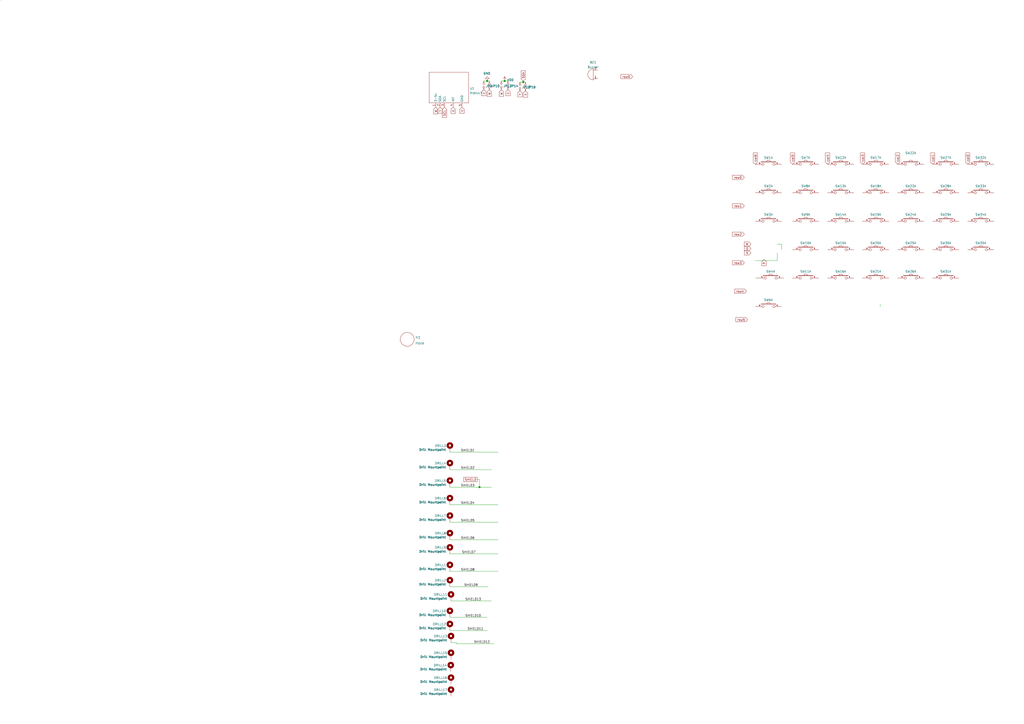
<source format=kicad_sch>
(kicad_sch (version 20211123) (generator eeschema)
  (paper "A2")
  (lib_symbols
    (symbol "Device:Buzzer" (pin_names (offset 0.0254) hide)
      (property "Reference" "BZ" (at 3.81 1.27 0))
      (property "Value" "Buzzer" (at 3.81 -1.27 0))
      (symbol "Buzzer_0_1"
        (arc (start 0 -3.175) (mid 3.175 0) (end 0 3.175))
        (polyline (pts (xy -1.651 1.905) (xy -1.143 1.905)))
        (polyline (pts (xy -1.397 2.159) (xy -1.397 1.651)))
        (polyline (pts (xy 0 3.175) (xy 0 -3.175)))
      )
      (symbol "Buzzer_1_1"
        (pin passive line (at -2.54 2.54 0) (length 2.54) (name "-") (number "1"))
        (pin passive line (at -2.54 -2.54 0) (length 2.54) (name "+") (number "2"))
      )
    )
    (symbol "Device:Jumper_NO_Small" (pin_numbers hide) (pin_names (offset 0.762) hide)
      (property "Reference" "JP" (at 0 2.032 0))
      (property "Value" "Jumper_NO_Small" (at 0.254 -1.524 0))
      (symbol "Jumper_NO_Small_0_1"
        (circle (center -1.016 0) (radius 0.508))
        (circle (center 1.016 0) (radius 0.508))
        (pin passive line (at -2.54 0 0) (length 1.016) (name "1") (number "1"))
        (pin passive line (at 2.54 0 180) (length 1.016) (name "2") (number "2"))
      )
    )
    (symbol "Mechanical:MountingHole_Pad" (pin_numbers hide) (pin_names (offset 1.016) hide)
      (property "Reference" "H" (at 0 6.35 0))
      (property "Value" "MountingHole_Pad" (at 0 4.445 0))
      (symbol "MountingHole_Pad_0_1"
        (circle (center 0 1.27) (radius 1.27) (stroke (width 1.27)))
      )
      (symbol "MountingHole_Pad_1_1"
        (pin input line (at 0 -2.54 90) (length 2.54) (name "1") (number "1"))
      )
    )
    (symbol "SofleKeyboard:SW_PUSH_LED" (pin_names (offset 1.016))
      (property "Reference" "SW?" (at 0 0 0))
      (property "Value" "SW_PUSH_LED" (at 0 -5.08 0))
      (symbol "SW_PUSH_LED_1_1"
        (rectangle (start -4.318 1.27) (end 4.318 1.524))
        (polyline (pts (xy -1.016 1.524) (xy -0.762 2.286) (xy 0.762 2.286) (xy 1.016 1.524)))
        (pin passive inverted (at 7.62 0 180) (length 5.08) (name "~") (number "5"))
        (pin passive inverted (at -7.62 0 0) (length 5.08) (name "~") (number "6"))
      )
      (symbol "SW_PUSH_LED_2_0"
        (text "SK6812 MINI-E" (at 0 -1.27 0) (effects (font (size 0.4064 0.4064))))
      )
      (symbol "SW_PUSH_LED_2_1"
        (rectangle (start 3.81 -3.81) (end -3.81 3.81) (fill (type background)))
        (pin power_in line (at -5.08 2.54 0) (length 1.27) hide (name "VDD") (number "1"))
        (pin output line (at -5.08 -2.54 0) (length 1.27) (name "DOUT") (number "2"))
        (pin power_in line (at 5.08 -2.54 180) (length 1.27) hide (name "GND") (number "3"))
        (pin input line (at 5.08 2.54 180) (length 1.27) (name "DIN") (number "4"))
      )
    )
    (symbol "grasndiceps:PIM447"
      (property "Reference" "U" (at 0 0 0))
      (property "Value" "PIM447" (at 0 0 0))
      (symbol "PIM447_0_1"
        (rectangle (start -11.43 6.35) (end 11.43 -11.43) (stroke (width 0.1524)))
      )
      (symbol "PIM447_1_1"
        (pin power_in line (at -7.62 -13.97 90) (length 2.54) (name "3-5v") (number "1"))
        (pin bidirectional line (at -5.08 -13.97 90) (length 2.54) (name "SDA") (number "2"))
        (pin bidirectional line (at -2.54 -13.97 90) (length 2.54) (name "SCL") (number "3"))
        (pin bidirectional line (at 2.54 -13.97 90) (length 2.54) (name "INT") (number "4"))
        (pin power_in line (at 7.62 -13.97 90) (length 2.54) (name "GND") (number "5"))
      )
    )
    (symbol "keebio:Hole" (pin_names (offset 1.016))
      (property "Reference" "H" (at 0 -1.27 0))
      (property "Value" "Hole" (at 0 1.27 0))
      (symbol "Hole_0_1"
        (circle (center 0 0) (radius 4.0132))
      )
    )
    (symbol "power:GND" (power) (pin_names (offset 0))
      (property "Value" "GND" (at 0 -3.81 0))
      (symbol "GND_0_1"
        (polyline (pts (xy 0 0) (xy 0 -1.27) (xy 1.27 -1.27) (xy 0 -2.54) (xy -1.27 -1.27) (xy 0 -1.27)))
      )
      (symbol "GND_1_1"
        (pin power_in line (at 0 0 270) (length 0) hide (name "GND") (number "1"))
      )
    )
    (symbol "power:VDD" (power) (pin_names (offset 0))
      (property "Value" "VDD" (at 0 3.81 0))
      (symbol "VDD_0_1"
        (polyline (pts (xy -0.762 1.27) (xy 0 2.54)))
        (polyline (pts (xy 0 0) (xy 0 2.54)))
        (polyline (pts (xy 0 2.54) (xy 0.762 1.27)))
      )
      (symbol "VDD_1_1"
        (pin power_in line (at 0 0 90) (length 0) hide (name "VDD") (number "1"))
      )
    )
  )
  (junction (at 303.53 47.625) (diameter 1.016))
  (junction (at 292.735 46.99) (diameter 1.016))
  (junction (at 278.13 282.575) (diameter 1.016))
  (junction (at 282.575 46.99) (diameter 1.016))
  (wire (pts (xy 260.985 262.255) (xy 288.925 262.255)))
  (wire (pts (xy 260.985 302.895) (xy 288.925 302.895)))
  (wire (pts (xy 283.845 46.99) (xy 282.575 46.99)))
  (wire (pts (xy 292.735 46.99) (xy 294.64 46.99)))
  (wire (pts (xy 260.985 292.735) (xy 288.925 292.735)))
  (wire (pts (xy 303.53 46.99) (xy 303.53 47.625)))
  (wire (pts (xy 450.85 141.605) (xy 453.39 141.605)))
  (wire (pts (xy 453.39 141.605) (xy 453.39 144.78)))
  (wire (pts (xy 261.62 372.745) (xy 264.795 372.745)))
  (wire (pts (xy 290.83 46.99) (xy 292.735 46.99)))
  (wire (pts (xy 450.85 146.685) (xy 450.85 151.13)))
  (wire (pts (xy 450.85 151.13) (xy 438.15 151.13)))
  (wire (pts (xy 510.54 177.8) (xy 510.54 176.53)))
  (wire (pts (xy 303.53 47.625) (xy 301.625 47.625)))
  (wire (pts (xy 260.985 313.055) (xy 288.925 313.055)))
  (wire (pts (xy 260.985 365.76) (xy 282.575 365.76)))
  (wire (pts (xy 260.985 340.36) (xy 283.21 340.36)))
  (wire (pts (xy 260.985 331.47) (xy 288.925 331.47)))
  (wire (pts (xy 260.985 321.31) (xy 288.925 321.31)))
  (wire (pts (xy 264.795 372.745) (xy 264.795 373.38)))
  (wire (pts (xy 260.985 282.575) (xy 278.13 282.575)))
  (wire (pts (xy 278.13 282.575) (xy 285.115 282.575)))
  (wire (pts (xy 304.8 47.625) (xy 303.53 47.625)))
  (wire (pts (xy 282.575 46.99) (xy 280.67 46.99)))
  (wire (pts (xy 260.985 272.415) (xy 285.115 272.415)))
  (wire (pts (xy 264.795 373.38) (xy 286.385 373.38)))
  (wire (pts (xy 438.15 161.29) (xy 439.42 161.29)))
  (wire (pts (xy 276.86 278.13) (xy 278.13 278.13)))
  (wire (pts (xy 278.13 278.13) (xy 278.13 282.575)))
  (wire (pts (xy 260.985 358.14) (xy 282.575 358.14)))
  (wire (pts (xy 261.62 348.615) (xy 285.0548 348.615)))
  (text "(kicad_pcb (version 20211014) (generator pcbnew)\n\n(layers\n  (0 \"F.Cu\" signal)\n  (31 \"B.Cu\" signal)\n  (32 \"B.Adhes\" user \"B.Adhesive\")\n  (33 \"F.Adhes\" user \"F.Adhesive\")\n  (34 \"B.Paste\" user)\n  (35 \"F.Paste\" user)\n  (36 \"B.SilkS\" user \"B.Silkscreen\")\n  (37 \"F.SilkS\" user \"F.Silkscreen\")\n  (38 \"B.Mask\" user)\n  (39 \"F.Mask\" user)\n  (40 \"Dwgs.User\" user \"User.Drawings\")\n  (41 \"Cmts.User\" user \"User.Comments\")\n  (42 \"Eco1.User\" user \"User.Eco1\")\n  (43 \"Eco2.User\" user \"User.Eco2\")\n  (44 \"Edge.Cuts\" user)\n  (45 \"Margin\" user)\n  (46 \"B.CrtYd\" user \"B.Courtyard\")\n  (47 \"F.CrtYd\" user \"F.Courtyard\")\n  (48 \"B.Fab\" user)\n  (49 \"F.Fab\" user)\n  (50 \"User.1\" user)\n  (51 \"User.2\" user)\n  (52 \"User.3\" user)\n  (53 \"User.4\" user)\n  (54 \"User.5\" user)\n  (55 \"User.6\" user)\n  (56 \"User.7\" user)\n  (57 \"User.8\" user)\n  (58 \"User.9\" user)\n)\n\n(net 0 \"\")\n(net 1 \"GND\")\n(net 2 \"AUDIO\")\n(net 3 \"col0\")\n(net 4 \"Net-(D1-Pad2)\")\n(net 5 \"col5\")\n(net 6 \"Net-(D2-Pad2)\")\n(net 7 \"col4\")\n(net 8 \"Net-(D3-Pad2)\")\n(net 9 \"col3\")\n(net 10 \"Net-(D4-Pad2)\")\n(net 11 \"col2\")\n(net 12 \"Net-(D5-Pad2)\")\n(net 13 \"Net-(D6-Pad1)\")\n(net 14 \"row0\")\n(net 15 \"Net-(D7-Pad1)\")\n(net 16 \"row1\")\n(net 17 \"Net-(D8-Pad1)\")\n(net 18 \"row2\")\n(net 19 \"Net-(D9-Pad1)\")\n(net 20 \"row3\")\n(net 21 \"Net-(D10-Pad1)\")\n(net 22 \"row4\")\n(net 23 \"row5\")\n(net 24 \"Net-(D14-Pad1)\")\n(net 25 \"Net-(D15-Pad1)\")\n(net 26 \"Net-(D16-Pad1)\")\n(net 27 \"Net-(D17-Pad1)\")\n(net 28 \"Net-(D18-Pad1)\")\n(net 29 \"Net-(D19-Pad1)\")\n(net 30 \"Net-(D20-Pad1)\")\n(net 31 \"Net-(D21-Pad1)\")\n(net 32 \"Net-(D22-Pad1)\")\n(net 33 \"Net-(D23-Pad1)\")\n(net 34 \"Net-(D24-Pad1)\")\n(net 35 \"Net-(D25-Pad1)\")\n(net 36 \"Net-(D26-Pad1)\")\n(net 37 \"Net-(D27-Pad1)\")\n(net 38 \"Net-(D28-Pad1)\")\n(net 39 \"Net-(D29-Pad1)\")\n(net 40 \"Net-(D30-Pad1)\")\n(net 41 \"Net-(D31-Pad1)\")\n(net 42 \"Net-(D32-Pad1)\")\n(net 43 \"Net-(D33-Pad1)\")\n(net 44 \"Net-(D34-Pad1)\")\n(net 45 \"Net-(D35-Pad1)\")\n(net 46 \"Net-(D36-Pad1)\")\n(net 47 \"Net-(D37-Pad1)\")\n(net 48 \"Net-(D38-Pad1)\")\n(net 49 \"Net-(D39-Pad1)\")\n(net 50 \"Net-(D41-Pad1)\")\n(net 51 \"/SHIELD1\")\n(net 52 \"V_USB\")\n(net 53 \"Net-(J1-Pad4)\")\n(net 54 \"Net-(J1-Pad3)\")\n(net 55 \"Net-(J1-Pad1)\")\n(net 56 \"Net-(J1-Pad2)\")\n(net 57 \"CS\")\n(net 58 \"SCK\")\n(net 59 \"MOSI\")\n(net 60 \"MISO\")\n(net 61 \"SDA\")\n(net 62 \"SCL\")\n(net 63 \"V\")\n(net 64 \"W\")\n(net 65 \"USART3_TX\")\n(net 66 \"USART3_RX\")\n(net 67 \"Y\")\n(net 68 \"X\")\n(net 69 \"O\")\n(net 70 \"N\")\n(net 71 \"ENCA\")\n(net 72 \"M\")\n(net 73 \"P\")\n(net 74 \"ENCB\")\n(net 75 \"unconnected-(JP23-Pad2)\")\n(net 76 \"Net-(Q2-Pad1)\")\n(net 77 \"+3V3\")\n(net 78 \"SPLIT_HAND\")\n(net 79 \"cc2\")\n(net 80 \"LED\")\n(net 81 \"PLUG\")\n(net 82 \"Net-(SW1-Pad2)\")\n(net 83 \"Net-(D13-Pad1)\")\n(net 84 \"col6\")\n(net 85 \"Net-(D40-Pad1)\")\n(net 86 \"Net-(SW1-Pad4)\")\n(net 87 \"Net-(SW2-Pad2)\")\n(net 88 \"Net-(SW3-Pad4)\")\n(net 89 \"Net-(SW12-Pad4)\")\n(net 90 \"Net-(SW13-Pad2)\")\n(net 91 \"Net-(SW14-Pad4)\")\n(net 92 \"Net-(SW4-Pad2)\")\n(net 93 \"Net-(SW16-Pad4)\")\n(net 94 \"Net-(SW14-Pad2)\")\n(net 95 \"Net-(SW12-Pad2)\")\n(net 96 \"Net-(SW13-Pad4)\")\n(net 97 \"Net-(SW17-Pad4)\")\n(net 98 \"Net-(SW18-Pad2)\")\n(net 99 \"Net-(SW19-Pad4)\")\n(net 100 \"Net-(SW20-Pad2)\")\n(net 101 \"Net-(SW21-Pad4)\")\n(net 102 \"Net-(SW23-Pad2)\")\n(net 103 \"Net-(SW11-Pad4)\")\n(net 104 \"col1\")\n(net 105 \"Net-(SW15-Pad2)\")\n(net 106 \"Net-(SW22-Pad4)\")\n(net 107 \"Net-(SW28-Pad2)\")\n(net 108 \"Net-(SW24-Pad4)\")\n(net 109 \"unconnected-(U3-Pad21)\")\n(net 110 \"unconnected-(U3-Pad24)\")\n(net 111 \"unconnected-(U3-Pad25)\")\n(net 112 \"unconnected-(U3-Pad36)\")\n(net 113 \"D+\")\n(net 114 \"D-\")\n(net 115 \"SHIELD\")\n(net 116 \"/SHIELD5\")\n(net 117 \"/SHIELD6\")\n(net 118 \"/SHIELD8\")\n(net 119 \"/VBUS_FUSED\")\n(net 120 \"/VBUS_FERRITE\")\n(net 121 \"/VBUS_BLOCKED\")\n(net 122 \"VDD\")\n(net 123 \"Net-(SW27-Pad4)\")\n(net 124 \"Net-(SW33-Pad2)\")\n(net 125 \"Net-(SW3-Pad2)\")\n(net 126 \"Net-(SW29-Pad4)\")\n(net 127 \"Net-(SW10-Pad2)\")\n(net 128 \"Net-(SW10-Pad4)\")\n(net 129 \"Net-(SW30-Pad2)\")\n(net 130 \"unconnected-(SW21-Pad2)\")\n(net 131 \"Net-(SW25-Pad2)\")\n(net 132 \"Net-(SW26-Pad4)\")\n(net 133 \"Net-(SW31-Pad4)\")\n(net 134 \"Net-(D11-Pad1)\")\n(net 135 \"unconnected-(U3-Pad30)\")\n(net 136 \"/SHIELD4\")\n(net 137 \"cc1\")\n(net 138 \"Net-(J4-Pad3)\")\n(net 139 \"Net-(J4-Pad4)\")\n(net 140 \"unconnected-(J4-Pad5)\")\n(net 141 \"unconnected-(J4-Pad6)\")\n(net 142 \"unconnected-(J4-Pad7)\")\n(net 143 \"unconnected-(J4-Pad8)\")\n(net 144 \"unconnected-(J4-Pad9)\")\n(net 145 \"unconnected-(J4-Pad10)\")\n(net 146 \"unconnected-(J4-Pad11)\")\n(net 147 \"unconnected-(J4-Pad12)\")\n(net 148 \"Net-(J5-PadA1)\")\n(net 149 \"unconnected-(J5-PadA5)\")\n(net 150 \"DD1\")\n(net 151 \"DD2\")\n(net 152 \"unconnected-(J5-PadB5)\")\n(net 153 \"unconnected-(J3-Pad4)\")\n(net 154 \"unconnected-(J3-Pad7)\")\n\n\n  (segment (start -0.29 0) (end 0 0) (width 0.5) (layer \"B.Cu\") (net 122) (tstamp 7b43edaf-53d9-4ad8-b0ea-12f970f26c31))\n\n)" (at 0 0 0) (effects (font (size 1.27 1.27)) (justify left bottom)))
  (label "SHIELD13" (at 269.875 348.615 0))
  (label "SHIELD4" (at 267.335 292.735 0))
  (label "SHIELD7" (at 267.97 321.31 0))
  (label "SHIELD12" (at 274.955 373.38 0))
  (label "SHIELD3" (at 267.335 282.575 0))
  (label "SHIELD10" (at 269.875 358.14 0))
  (label "SHIELD11" (at 271.145 365.76 0))
  (label "SHIELD9" (at 269.24 340.36 0))
  (label "SHIELD1" (at 267.335 262.255 0))
  (label "SHIELD8" (at 267.335 331.47 0))
  (label "SHIELD5" (at 267.335 302.895 0))
  (label "SHIELD2" (at 267.335 272.415 0))
  (label "SHIELD6" (at 267.335 313.055 0))
  (global_label "col1" (shape input) (at 541.02 95.25 90) (property "Intersheet References" "${INTERSHEET_REFS}" (effects hide)))
  (global_label "M" (shape input) (at 435.61 141.605 180) (property "Intersheet References" "${INTERSHEET_REFS}" (effects hide)))
  (global_label "row0" (shape input) (at 431.8 102.87 180) (property "Intersheet References" "${INTERSHEET_REFS}" (effects hide)))
  (global_label "col4" (shape input) (at 480.06 95.25 90) (property "Intersheet References" "${INTERSHEET_REFS}" (effects hide)))
  (global_label "row0" (shape input) (at 367.03 44.45 180) (property "Intersheet References" "${INTERSHEET_REFS}" (effects hide)))
  (global_label "X" (shape input) (at 304.8 52.705 270) (property "Intersheet References" "${INTERSHEET_REFS}" (effects hide)))
  (global_label "row3" (shape input) (at 431.8 152.4 180) (property "Intersheet References" "${INTERSHEET_REFS}" (effects hide)))
  (global_label "X" (shape input) (at 262.89 62.23 270) (property "Intersheet References" "${INTERSHEET_REFS}" (effects hide)))
  (global_label "P" (shape input) (at 443.23 150.495 270) (property "Intersheet References" "${INTERSHEET_REFS}" (effects hide)))
  (global_label "Y" (shape input) (at 255.27 62.23 270) (property "Intersheet References" "${INTERSHEET_REFS}" (effects hide)))
  (global_label "row1" (shape input) (at 431.8 119.38 180) (property "Intersheet References" "${INTERSHEET_REFS}" (effects hide)))
  (global_label "row5" (shape input) (at 433.705 185.42 180) (property "Intersheet References" "${INTERSHEET_REFS}" (effects hide)))
  (global_label "N" (shape input) (at 435.61 146.685 180) (property "Intersheet References" "${INTERSHEET_REFS}" (effects hide)))
  (global_label "O" (shape input) (at 435.61 144.145 180) (property "Intersheet References" "${INTERSHEET_REFS}" (effects hide)))
  (global_label "SCL" (shape input) (at 257.81 62.23 270) (property "Intersheet References" "${INTERSHEET_REFS}" (effects hide)))
  (global_label "col6" (shape input) (at 438.15 95.25 90) (property "Intersheet References" "${INTERSHEET_REFS}" (effects hide)))
  (global_label "W" (shape input) (at 290.83 52.07 270) (property "Intersheet References" "${INTERSHEET_REFS}" (effects hide)))
  (global_label "row4" (shape input) (at 433.07 168.91 180) (property "Intersheet References" "${INTERSHEET_REFS}" (effects hide)))
  (global_label "V" (shape input) (at 267.97 62.23 270) (property "Intersheet References" "${INTERSHEET_REFS}" (effects hide)))
  (global_label "SHIELD" (shape passive) (at 276.86 278.13 180) (property "Intersheet References" "${INTERSHEET_REFS}" (effects hide)))
  (global_label "Y" (shape input) (at 301.625 52.705 270) (property "Intersheet References" "${INTERSHEET_REFS}" (effects hide)))
  (global_label "col2" (shape input) (at 520.7 95.25 90) (property "Intersheet References" "${INTERSHEET_REFS}" (effects hide)))
  (global_label "W" (shape input) (at 252.73 62.23 270) (property "Intersheet References" "${INTERSHEET_REFS}" (effects hide)))
  (global_label "SDA" (shape input) (at 303.53 46.99 90) (property "Intersheet References" "${INTERSHEET_REFS}" (effects hide)))
  (global_label "row2" (shape input) (at 431.8 135.89 180) (property "Intersheet References" "${INTERSHEET_REFS}" (effects hide)))
  (global_label "V" (shape input) (at 280.67 52.07 270) (property "Intersheet References" "${INTERSHEET_REFS}" (effects hide)))
  (global_label "col5" (shape input) (at 459.74 95.25 90) (property "Intersheet References" "${INTERSHEET_REFS}" (effects hide)))
  (global_label "W" (shape input) (at 283.845 52.07 270) (property "Intersheet References" "${INTERSHEET_REFS}" (effects hide)))
  (global_label "V" (shape input) (at 294.64 52.07 270) (property "Intersheet References" "${INTERSHEET_REFS}" (effects hide)))
  (global_label "col0" (shape input) (at 561.34 95.25 90) (property "Intersheet References" "${INTERSHEET_REFS}" (effects hide)))
  (global_label "col3" (shape input) (at 500.38 95.25 90) (property "Intersheet References" "${INTERSHEET_REFS}" (effects hide)))
  (symbol (lib_id "SofleKeyboard:SW_PUSH_LED") (at 445.77 95.25 0) (unit 1)
    (property "Reference" "SW1" (at 445.77 91.44 0))
    (property "Value" "SW_PUSH_LED" (effects hide))
    (property "Footprint" "Keebio-Parts:MX-Alps_Switch_Cutout" (effects hide))
  )
  (symbol (lib_id "SofleKeyboard:SW_PUSH_LED") (at 548.64 144.78 0) (unit 1)
    (property "Reference" "SW30" (at 548.64 140.97 0))
    (property "Value" "SW_PUSH_LED" (effects hide))
    (property "Footprint" "Keebio-Parts:MX-Alps_Switch_Cutout" (effects hide))
  )
  (symbol (lib_id "SofleKeyboard:SW_PUSH_LED") (at 528.32 111.76 0) (unit 1)
    (property "Reference" "SW23" (at 528.32 107.95 0))
    (property "Value" "SW_PUSH_LED" (effects hide))
    (property "Footprint" "Keebio-Parts:MX-Alps_Switch_Cutout" (effects hide))
  )
  (symbol (lib_id "SofleKeyboard:SW_PUSH_LED") (at 487.68 161.29 0) (unit 1)
    (property "Reference" "SW16" (at 487.68 157.48 0))
    (property "Value" "SW_PUSH_LED" (effects hide))
    (property "Footprint" "Keebio-Parts:MX-Alps_Switch_Cutout" (effects hide))
  )
  (symbol (lib_id "SofleKeyboard:SW_PUSH_LED") (at 487.68 128.27 0) (unit 1)
    (property "Reference" "SW14" (at 487.68 124.46 0))
    (property "Value" "SW_PUSH_LED" (effects hide))
    (property "Footprint" "Keebio-Parts:MX-Alps_Switch_Cutout" (effects hide))
  )
  (symbol (lib_id "SofleKeyboard:SW_PUSH_LED") (at 467.36 128.27 0) (unit 1)
    (property "Reference" "SW9" (at 467.36 124.46 0))
    (property "Value" "SW_PUSH_LED" (effects hide))
    (property "Footprint" "Keebio-Parts:MX-Alps_Switch_Cutout" (effects hide))
  )
  (symbol (lib_id "SofleKeyboard:SW_PUSH_LED") (at 508 111.76 0) (unit 1)
    (property "Reference" "SW18" (at 508 107.95 0))
    (property "Value" "SW_PUSH_LED" (effects hide))
    (property "Footprint" "Keebio-Parts:MX-Alps_Switch_Cutout" (effects hide))
  )
  (symbol (lib_id "SofleKeyboard:SW_PUSH_LED") (at 568.96 144.78 0) (unit 1)
    (property "Reference" "SW35" (at 568.96 140.97 0))
    (property "Value" "SW_PUSH_LED" (effects hide))
    (property "Footprint" "Keebio-Parts:MX-Alps_Switch_Cutout" (effects hide))
  )
  (symbol (lib_id "SofleKeyboard:SW_PUSH_LED") (at 447.04 161.29 0) (unit 1)
    (property "Reference" "SW4" (at 447.04 157.48 0))
    (property "Value" "SW_PUSH_LED" (effects hide))
    (property "Footprint" "Keebio-Parts:MX-Alps_Switch_Cutout" (effects hide))
  )
  (symbol (lib_id "Mechanical:MountingHole_Pad") (at 260.985 318.77 0) (mirror y) (unit 1)
    (property "Reference" "DRILL9" (at 258.826 317.6016 0) (effects (justify left)))
    (property "Value" "Drill Mountpoint" (at 258.826 319.913 0) (effects (font bold) (justify left)))
    (property "Footprint" "MountingHole:MountingHole_2.2mm_M2_DIN965_Pad" (effects hide))
  )
  (symbol (lib_id "grasndiceps:PIM447") (at 260.35 48.26 0) (unit 1) (on_board no)
    (property "Reference" "U1" (at 272.4913 51.3139 0) (effects (justify left)))
    (property "Value" "PIM447" (at 272.4913 54.089 0) (effects (justify left)))
    (property "Footprint" "other_parts:pimoroni-trackballl-bommod" (effects hide))
  )
  (symbol (lib_id "Mechanical:MountingHole_Pad") (at 261.62 379.922 0) (mirror y) (unit 1)
    (property "Reference" "DRILL15" (at 259.461 378.7536 0) (effects (justify left)))
    (property "Value" "Drill Mountpoint" (at 259.461 381.065 0) (effects (font bold) (justify left)))
    (property "Footprint" "MountingHole:MountingHole_2.2mm_M2_DIN965_Pad" (effects hide))
  )
  (symbol (lib_id "SofleKeyboard:SW_PUSH_LED") (at 508 128.27 0) (unit 1)
    (property "Reference" "SW19" (at 508 124.46 0))
    (property "Value" "SW_PUSH_LED" (effects hide))
    (property "Footprint" "Keebio-Parts:MX-Alps_Switch_Cutout" (effects hide))
  )
  (symbol (lib_id "SofleKeyboard:SW_PUSH_LED") (at 487.68 95.25 0) (unit 1)
    (property "Reference" "SW12" (at 487.68 91.44 0))
    (property "Value" "SW_PUSH_LED" (effects hide))
    (property "Footprint" "Keebio-Parts:MX-Alps_Switch_Cutout" (effects hide))
  )
  (symbol (lib_id "Mechanical:MountingHole_Pad") (at 260.985 269.875 0) (mirror y) (unit 1)
    (property "Reference" "DRILL4" (at 258.826 268.7066 0) (effects (justify left)))
    (property "Value" "Drill Mountpoint" (at 258.826 271.018 0) (effects (font bold) (justify left)))
    (property "Footprint" "DjinnFootprints:MountingHole_3.2mm_M3_Pad_Via" (effects hide))
  )
  (symbol (lib_id "SofleKeyboard:SW_PUSH_LED") (at 508 161.29 0) (unit 1)
    (property "Reference" "SW21" (at 508 157.48 0))
    (property "Value" "SW_PUSH_LED" (effects hide))
    (property "Footprint" "Keebio-Parts:MX-Alps_Switch_Cutout" (effects hide))
  )
  (symbol (lib_id "Mechanical:MountingHole_Pad") (at 261.62 370.205 0) (mirror y) (unit 1)
    (property "Reference" "DRILL13" (at 259.461 369.0366 0) (effects (justify left)))
    (property "Value" "Drill Mountpoint" (at 259.461 371.348 0) (effects (font bold) (justify left)))
    (property "Footprint" "MountingHole:MountingHole_2.2mm_M2_DIN965_Pad" (effects hide))
  )
  (symbol (lib_id "power:GND") (at 282.575 46.99 180) (unit 1)
    (property "Reference" "#PWR015" (effects hide))
    (property "Value" "GND" (at 282.448 42.5958 0))
  )
  (symbol (lib_id "Mechanical:MountingHole_Pad") (at 260.985 363.22 0) (mirror y) (unit 1)
    (property "Reference" "DRILL12" (at 258.826 362.0516 0) (effects (justify left)))
    (property "Value" "Drill Mountpoint" (at 258.826 364.363 0) (effects (font bold) (justify left)))
    (property "Footprint" "MountingHole:MountingHole_2.2mm_M2_DIN965_Pad" (effects hide))
  )
  (symbol (lib_id "SofleKeyboard:SW_PUSH_LED") (at 548.64 111.76 0) (unit 1)
    (property "Reference" "SW28" (at 548.64 107.95 0))
    (property "Value" "SW_PUSH_LED" (effects hide))
    (property "Footprint" "Keebio-Parts:MX-Alps_Switch_Cutout" (effects hide))
  )
  (symbol (lib_id "Mechanical:MountingHole_Pad") (at 261.62 401.32 0) (mirror y) (unit 1)
    (property "Reference" "DRILL17" (at 259.461 400.1516 0) (effects (justify left)))
    (property "Value" "Drill Mountpoint" (at 259.461 402.463 0) (effects (font bold) (justify left)))
    (property "Footprint" "MountingHole:MountingHole_2.2mm_M2_DIN965_Pad" (effects hide))
  )
  (symbol (lib_id "SofleKeyboard:SW_PUSH_LED") (at 568.96 95.25 0) (unit 1)
    (property "Reference" "SW32" (at 568.96 91.44 0))
    (property "Value" "SW_PUSH_LED" (effects hide))
    (property "Footprint" "Keebio-Parts:MX-Alps_Switch_Cutout" (effects hide))
  )
  (symbol (lib_id "Mechanical:MountingHole_Pad") (at 261.62 394.335 0) (mirror y) (unit 1)
    (property "Reference" "DRILL16" (at 259.461 393.1666 0) (effects (justify left)))
    (property "Value" "Drill Mountpoint" (at 259.461 395.478 0) (effects (font bold) (justify left)))
    (property "Footprint" "MountingHole:MountingHole_2.2mm_M2_DIN965_Pad" (effects hide))
  )
  (symbol (lib_id "keebio:Hole") (at 236.22 196.85 0) (unit 1) (on_board no)
    (property "Reference" "H1" (at 240.8683 195.7853 0) (effects (font (size 1.524 1.524)) (justify left)))
    (property "Value" "Hole" (at 240.8683 199.0643 0) (effects (font (size 1.524 1.524)) (justify left)))
    (property "Footprint" "libmodulo:SK8707" (effects hide))
  )
  (symbol (lib_id "SofleKeyboard:SW_PUSH_LED") (at 548.64 95.25 0) (unit 1)
    (property "Reference" "SW27" (at 548.64 91.44 0))
    (property "Value" "SW_PUSH_LED" (effects hide))
    (property "Footprint" "Keebio-Parts:MX-Alps_Switch_Cutout" (effects hide))
  )
  (symbol (lib_id "Device:Jumper_NO_Small") (at 294.64 49.53 90) (unit 1) (on_board no)
    (property "Reference" "JP14" (at 295.7831 49.9185 90) (effects (justify right)))
    (property "Value" "Jumper_NO_Small" (effects hide))
    (property "Footprint" "Jumper:SolderJumper-2_P1.3mm_Open_Pad1.0x1.5mm" (effects hide))
  )
  (symbol (lib_id "Mechanical:MountingHole_Pad") (at 260.985 355.6 0) (mirror y) (unit 1)
    (property "Reference" "DRILL10" (at 258.826 354.4316 0) (effects (justify left)))
    (property "Value" "Drill Mountpoint" (at 258.826 356.743 0) (effects (font bold) (justify left)))
    (property "Footprint" "MountingHole:MountingHole_2.2mm_M2_DIN965_Pad" (effects hide))
  )
  (symbol (lib_id "SofleKeyboard:SW_PUSH_LED") (at 508 95.25 0) (unit 1)
    (property "Reference" "SW17" (at 508 91.44 0))
    (property "Value" "SW_PUSH_LED" (effects hide))
    (property "Footprint" "Keebio-Parts:MX-Alps_Switch_Cutout" (effects hide))
  )
  (symbol (lib_id "SofleKeyboard:SW_PUSH_LED") (at 467.36 161.29 0) (unit 1)
    (property "Reference" "SW11" (at 467.36 157.48 0))
    (property "Value" "SW_PUSH_LED" (effects hide))
    (property "Footprint" "Keebio-Parts:MX-Alps_Switch_Cutout" (effects hide))
  )
  (symbol (lib_id "SofleKeyboard:SW_PUSH_LED") (at 528.32 95.25 0) (unit 1)
    (property "Reference" "SW22" (at 528.32 88.773 0))
    (property "Value" "SW_PUSH_LED" (effects hide))
    (property "Footprint" "Keebio-Parts:MX-Alps_Switch_Cutout" (effects hide))
  )
  (symbol (lib_id "SofleKeyboard:SW_PUSH_LED") (at 445.77 177.8 0) (unit 1)
    (property "Reference" "SW6" (at 445.77 173.99 0))
    (property "Value" "SW_PUSH_LED" (effects hide))
    (property "Footprint" "Keebio-Parts:MX-Alps_Switch_Cutout" (effects hide))
  )
  (symbol (lib_id "Device:Jumper_NO_Small") (at 301.625 50.165 90) (unit 1) (on_board no)
    (property "Reference" "JP15" (at 302.7681 50.5535 90) (effects (justify right)))
    (property "Value" "Jumper_NO_Small" (effects hide))
    (property "Footprint" "Jumper:SolderJumper-3_P1.3mm_Open_RoundedPad1.0x1.5mm" (effects hide))
  )
  (symbol (lib_id "SofleKeyboard:SW_PUSH_LED") (at 467.36 144.78 0) (unit 1)
    (property "Reference" "SW10" (at 467.36 140.97 0))
    (property "Value" "SW_PUSH_LED" (effects hide))
    (property "Footprint" "Keebio-Parts:MX-Alps_Switch_Cutout" (effects hide))
  )
  (symbol (lib_id "SofleKeyboard:SW_PUSH_LED") (at 467.36 111.76 0) (unit 1)
    (property "Reference" "SW8" (at 467.36 107.95 0))
    (property "Value" "SW_PUSH_LED" (effects hide))
    (property "Footprint" "Keebio-Parts:MX-Alps_Switch_Cutout" (effects hide))
  )
  (symbol (lib_id "SofleKeyboard:SW_PUSH_LED") (at 445.77 128.27 0) (unit 1)
    (property "Reference" "SW3" (at 445.77 124.46 0))
    (property "Value" "SW_PUSH_LED" (effects hide))
    (property "Footprint" "Keebio-Parts:MX-Alps_Switch_Cutout" (effects hide))
  )
  (symbol (lib_id "SofleKeyboard:SW_PUSH_LED") (at 487.68 144.78 0) (unit 1)
    (property "Reference" "SW15" (at 487.68 140.97 0))
    (property "Value" "SW_PUSH_LED" (effects hide))
    (property "Footprint" "Keebio-Parts:MX-Alps_Switch_Cutout" (effects hide))
  )
  (symbol (lib_id "SofleKeyboard:SW_PUSH_LED") (at 467.36 95.25 0) (unit 1)
    (property "Reference" "SW7" (at 467.36 91.44 0))
    (property "Value" "SW_PUSH_LED" (effects hide))
    (property "Footprint" "Keebio-Parts:MX-Alps_Switch_Cutout" (effects hide))
  )
  (symbol (lib_id "SofleKeyboard:SW_PUSH_LED") (at 487.68 111.76 0) (unit 1)
    (property "Reference" "SW13" (at 487.68 107.95 0))
    (property "Value" "SW_PUSH_LED" (effects hide))
    (property "Footprint" "Keebio-Parts:MX-Alps_Switch_Cutout" (effects hide))
  )
  (symbol (lib_id "Mechanical:MountingHole_Pad") (at 261.62 346.075 0) (mirror y) (unit 1)
    (property "Reference" "DRILL11" (at 259.461 344.9066 0) (effects (justify left)))
    (property "Value" "Drill Mountpoint" (at 259.461 347.218 0) (effects (font bold) (justify left)))
    (property "Footprint" "MountingHole:MountingHole_2.2mm_M2_DIN965_Pad" (effects hide))
  )
  (symbol (lib_id "Mechanical:MountingHole_Pad") (at 260.985 310.515 0) (mirror y) (unit 1)
    (property "Reference" "DRILL8" (at 258.826 309.3466 0) (effects (justify left)))
    (property "Value" "Drill Mountpoint" (at 258.826 311.658 0) (effects (font bold) (justify left)))
    (property "Footprint" "MountingHole:MountingHole_2.2mm_M2_DIN965_Pad" (effects hide))
  )
  (symbol (lib_id "Mechanical:MountingHole_Pad") (at 261.5007 387.0757 0) (mirror y) (unit 1)
    (property "Reference" "DRILL14" (at 259.3417 385.9073 0) (effects (justify left)))
    (property "Value" "Drill Mountpoint" (at 259.3417 388.2187 0) (effects (font bold) (justify left)))
    (property "Footprint" "MountingHole:MountingHole_2.2mm_M2_DIN965_Pad" (effects hide))
  )
  (symbol (lib_id "SofleKeyboard:SW_PUSH_LED") (at 528.32 161.29 0) (unit 1)
    (property "Reference" "SW26" (at 528.32 157.48 0))
    (property "Value" "SW_PUSH_LED" (effects hide))
    (property "Footprint" "Keebio-Parts:MX-Alps_Switch_Cutout" (effects hide))
  )
  (symbol (lib_id "Mechanical:MountingHole_Pad") (at 260.985 300.355 0) (mirror y) (unit 1)
    (property "Reference" "DRILL7" (at 258.826 299.1866 0) (effects (justify left)))
    (property "Value" "Drill Mountpoint" (at 258.826 301.498 0) (effects (font bold) (justify left)))
    (property "Footprint" "DjinnFootprints:MountingHole_3.2mm_M3_Pad_Via" (effects hide))
  )
  (symbol (lib_id "Device:Jumper_NO_Small") (at 280.67 49.53 90) (unit 1) (on_board no)
    (property "Reference" "JP9" (at 281.8131 49.9185 90) (effects (justify right)))
    (property "Value" "Jumper_NO_Small" (effects hide))
    (property "Footprint" "Jumper:SolderJumper-2_P1.3mm_Open_Pad1.0x1.5mm" (effects hide))
  )
  (symbol (lib_id "Mechanical:MountingHole_Pad") (at 260.985 328.93 0) (mirror y) (unit 1)
    (property "Reference" "DRILL1" (at 258.826 327.7616 0) (effects (justify left)))
    (property "Value" "Drill Mountpoint" (at 258.826 330.073 0) (effects (font bold) (justify left)))
    (property "Footprint" "DjinnFootprints:MountingHole_3.2mm_M3_Pad_Via" (effects hide))
  )
  (symbol (lib_id "Device:Buzzer") (at 344.17 43.18 180) (unit 1)
    (property "Reference" "BZ1" (at 344.043 36.1654 0))
    (property "Value" "Buzzer" (at 344.043 38.9405 0))
    (property "Footprint" "DjinnFootprints:Speaker_Holes" (effects hide))
  )
  (symbol (lib_id "power:VDD") (at 292.735 46.99 0) (unit 1)
    (property "Reference" "#PWR016" (effects hide))
    (property "Value" "VCC" (at 294.1321 46.3895 0) (effects (justify left)))
  )
  (symbol (lib_id "Mechanical:MountingHole_Pad") (at 260.985 337.82 0) (mirror y) (unit 1)
    (property "Reference" "DRILL2" (at 258.826 336.6516 0) (effects (justify left)))
    (property "Value" "Drill Mountpoint" (at 258.826 338.963 0) (effects (font bold) (justify left)))
    (property "Footprint" "MountingHole:MountingHole_2.2mm_M2_DIN965_Pad" (effects hide))
  )
  (symbol (lib_id "SofleKeyboard:SW_PUSH_LED") (at 528.32 144.78 0) (unit 1)
    (property "Reference" "SW25" (at 528.32 140.97 0))
    (property "Value" "SW_PUSH_LED" (effects hide))
    (property "Footprint" "Keebio-Parts:MX-Alps_Switch_Cutout" (effects hide))
  )
  (symbol (lib_id "SofleKeyboard:SW_PUSH_LED") (at 548.64 128.27 0) (unit 1)
    (property "Reference" "SW29" (at 548.64 124.46 0))
    (property "Value" "SW_PUSH_LED" (effects hide))
    (property "Footprint" "Keebio-Parts:MX-Alps_Switch_Cutout" (effects hide))
  )
  (symbol (lib_id "Device:Jumper_NO_Small") (at 283.845 49.53 90) (unit 1) (on_board no)
    (property "Reference" "JP10" (at 284.9881 49.9185 90) (effects (justify right)))
    (property "Value" "Jumper_NO_Small" (effects hide))
    (property "Footprint" "Jumper:SolderJumper-2_P1.3mm_Open_Pad1.0x1.5mm" (effects hide))
  )
  (symbol (lib_id "SofleKeyboard:SW_PUSH_LED") (at 568.96 128.27 0) (unit 1)
    (property "Reference" "SW34" (at 568.96 124.46 0))
    (property "Value" "SW_PUSH_LED" (effects hide))
    (property "Footprint" "Keebio-Parts:MX-Alps_Switch_Cutout" (effects hide))
  )
  (symbol (lib_id "SofleKeyboard:SW_PUSH_LED") (at 508 144.78 0) (unit 1)
    (property "Reference" "SW20" (at 508 140.97 0))
    (property "Value" "SW_PUSH_LED" (effects hide))
    (property "Footprint" "Keebio-Parts:MX-Alps_Switch_Cutout" (effects hide))
  )
  (symbol (lib_id "Mechanical:MountingHole_Pad") (at 260.985 280.035 0) (mirror y) (unit 1)
    (property "Reference" "DRILL5" (at 258.826 278.8666 0) (effects (justify left)))
    (property "Value" "Drill Mountpoint" (at 258.826 281.178 0) (effects (font bold) (justify left)))
    (property "Footprint" "DjinnFootprints:MountingHole_3.2mm_M3_Pad_Via" (effects hide))
  )
  (symbol (lib_id "Mechanical:MountingHole_Pad") (at 260.985 290.195 0) (mirror y) (unit 1)
    (property "Reference" "DRILL6" (at 258.826 289.0266 0) (effects (justify left)))
    (property "Value" "Drill Mountpoint" (at 258.826 291.338 0) (effects (font bold) (justify left)))
    (property "Footprint" "MountingHole:MountingHole_2.2mm_M2_DIN965_Pad" (effects hide))
  )
  (symbol (lib_id "SofleKeyboard:SW_PUSH_LED") (at 528.32 128.27 0) (unit 1)
    (property "Reference" "SW24" (at 528.32 124.46 0))
    (property "Value" "SW_PUSH_LED" (effects hide))
    (property "Footprint" "Keebio-Parts:MX-Alps_Switch_Cutout" (effects hide))
  )
  (symbol (lib_id "SofleKeyboard:SW_PUSH_LED") (at 548.64 161.29 0) (unit 1)
    (property "Reference" "SW31" (at 548.64 157.48 0))
    (property "Value" "SW_PUSH_LED" (effects hide))
    (property "Footprint" "Keebio-Parts:MX-Alps_Switch_Cutout" (effects hide))
  )
  (symbol (lib_id "Mechanical:MountingHole_Pad") (at 260.985 259.715 0) (mirror y) (unit 1)
    (property "Reference" "DRILL3" (at 258.826 258.5466 0) (effects (justify left)))
    (property "Value" "Drill Mountpoint" (at 258.826 260.858 0) (effects (font bold) (justify left)))
    (property "Footprint" "DjinnFootprints:MountingHole_3.2mm_M3_Pad_Via" (effects hide))
  )
  (symbol (lib_id "Device:Jumper_NO_Small") (at 290.83 49.53 90) (unit 1) (on_board no)
    (property "Reference" "JP13" (at 291.9731 49.9185 90) (effects (justify right)))
    (property "Value" "Jumper_NO_Small" (effects hide))
    (property "Footprint" "Jumper:SolderJumper-2_P1.3mm_Open_Pad1.0x1.5mm" (effects hide))
  )
  (symbol (lib_id "SofleKeyboard:SW_PUSH_LED") (at 568.96 111.76 0) (unit 1)
    (property "Reference" "SW33" (at 568.96 107.95 0))
    (property "Value" "SW_PUSH_LED" (effects hide))
    (property "Footprint" "Keebio-Parts:MX-Alps_Switch_Cutout" (effects hide))
  )
  (symbol (lib_id "SofleKeyboard:SW_PUSH_LED") (at 445.77 111.76 0) (unit 1)
    (property "Reference" "SW2" (at 445.77 107.95 0))
    (property "Value" "SW_PUSH_LED" (effects hide))
    (property "Footprint" "Keebio-Parts:MX-Alps_Switch_Cutout" (effects hide))
  )
  (symbol (lib_id "Device:Jumper_NO_Small") (at 304.8 50.165 90) (unit 1) (on_board no)
    (property "Reference" "JP16" (at 305.9431 50.5535 90) (effects (justify right)))
    (property "Value" "Jumper_NO_Small" (effects hide))
    (property "Footprint" "Jumper:SolderJumper-3_P1.3mm_Open_RoundedPad1.0x1.5mm" (effects hide))
  )
)
</source>
